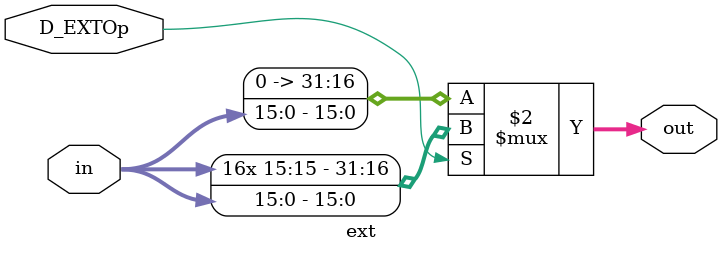
<source format=v>
`timescale 1ns / 1ps

`include "def.v"

module ext(
    input [15:0] in,
    input D_EXTOp,
    output [31:0] out
    );
	 
	 assign out = (D_EXTOp == 1'b1) ? {{16{in[15]}}, in} : {16'b0, in};

endmodule

</source>
